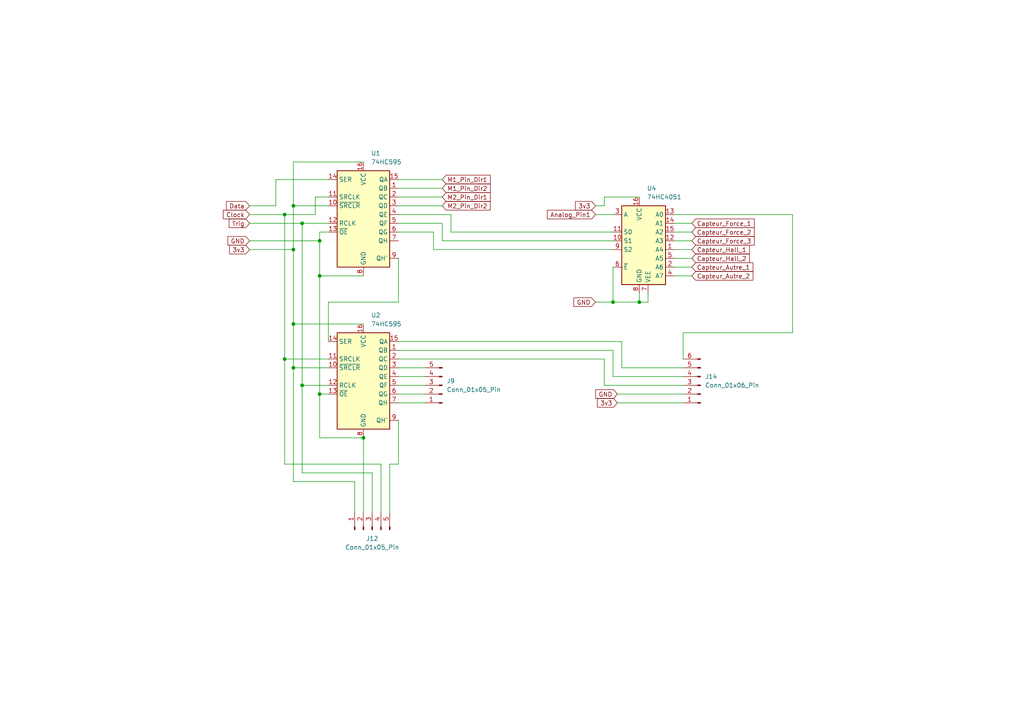
<source format=kicad_sch>
(kicad_sch (version 20231120) (generator "eeschema") (generator_version "8.0")
  (paper "A4")
  (title_block (title "Carte electronique Exodus") (date "2024-12-03") (company "Fablab"))
  (lib_symbols
    (symbol "74xx:74HC4051"
      (property "Reference" "U" (at -5.08 11.43 0))
      (property "Value" "74HC4051" (at -7.62 -13.97 0))
      (symbol "74HC4051_0_1"
        (rectangle (start -5.08 10.16) (end 7.62 -12.7) (stroke (width 0.254)) (fill (type background)))
      )
      (symbol "74HC4051_1_1"
        (pin passive line (at 10.16 -2.54 180) (length 2.54) (name "A4") (number "1"))
        (pin input line (at -7.62 0 0) (length 2.54) (name "S1") (number "10"))
        (pin input line (at -7.62 2.54 0) (length 2.54) (name "S0") (number "11"))
        (pin passive line (at 10.16 0 180) (length 2.54) (name "A3") (number "12"))
        (pin passive line (at 10.16 7.62 180) (length 2.54) (name "A0") (number "13"))
        (pin passive line (at 10.16 5.08 180) (length 2.54) (name "A1") (number "14"))
        (pin passive line (at 10.16 2.54 180) (length 2.54) (name "A2") (number "15"))
        (pin power_in line (at 0 12.7 270) (length 2.54) (name "VCC") (number "16"))
        (pin passive line (at 10.16 -7.62 180) (length 2.54) (name "A6") (number "2"))
        (pin passive line (at -7.62 7.62 0) (length 2.54) (name "A") (number "3"))
        (pin passive line (at 10.16 -10.16 180) (length 2.54) (name "A7") (number "4"))
        (pin passive line (at 10.16 -5.08 180) (length 2.54) (name "A5") (number "5"))
        (pin input line (at -7.62 -7.62 0) (length 2.54) (name "~{E}") (number "6"))
        (pin power_in line (at 2.54 -15.24 90) (length 2.54) (name "VEE") (number "7"))
        (pin power_in line (at 0 -15.24 90) (length 2.54) (name "GND") (number "8"))
        (pin input line (at -7.62 -2.54 0) (length 2.54) (name "S2") (number "9"))
      )
    )
    (symbol "74xx:74HC595"
      (property "Reference" "U" (at -7.62 13.97 0))
      (property "Value" "74HC595" (at -7.62 -16.51 0))
      (symbol "74HC595_1_0"
        (pin tri_state line (at 10.16 7.62 180) (length 2.54) (name "QB") (number "1"))
        (pin input line (at -10.16 2.54 0) (length 2.54) (name "~{SRCLR}") (number "10"))
        (pin input line (at -10.16 5.08 0) (length 2.54) (name "SRCLK") (number "11"))
        (pin input line (at -10.16 -2.54 0) (length 2.54) (name "RCLK") (number "12"))
        (pin input line (at -10.16 -5.08 0) (length 2.54) (name "~{OE}") (number "13"))
        (pin input line (at -10.16 10.16 0) (length 2.54) (name "SER") (number "14"))
        (pin tri_state line (at 10.16 10.16 180) (length 2.54) (name "QA") (number "15"))
        (pin power_in line (at 0 15.24 270) (length 2.54) (name "VCC") (number "16"))
        (pin tri_state line (at 10.16 5.08 180) (length 2.54) (name "QC") (number "2"))
        (pin tri_state line (at 10.16 2.54 180) (length 2.54) (name "QD") (number "3"))
        (pin tri_state line (at 10.16 0 180) (length 2.54) (name "QE") (number "4"))
        (pin tri_state line (at 10.16 -2.54 180) (length 2.54) (name "QF") (number "5"))
        (pin tri_state line (at 10.16 -5.08 180) (length 2.54) (name "QG") (number "6"))
        (pin tri_state line (at 10.16 -7.62 180) (length 2.54) (name "QH") (number "7"))
        (pin power_in line (at 0 -17.78 90) (length 2.54) (name "GND") (number "8"))
        (pin output line (at 10.16 -12.7 180) (length 2.54) (name "QH'") (number "9"))
      )
      (symbol "74HC595_1_1"
        (rectangle (start -7.62 12.7) (end 7.62 -15.24) (stroke (width 0.254)) (fill (type background)))
      )
    )
    (symbol "Connector:Conn_01x05_Pin" (pin_names (offset 1.016) hide)
      (property "Reference" "J" (at 0 7.62 0))
      (property "Value" "Conn_01x05_Pin" (at 0 -7.62 0))
      (symbol "Conn_01x05_Pin_1_1"
        (polyline (pts (xy 1.27 -5.08) (xy 0.8636 -5.08)) (stroke (width 0.1524)))
        (polyline (pts (xy 1.27 -2.54) (xy 0.8636 -2.54)) (stroke (width 0.1524)))
        (polyline (pts (xy 1.27 0) (xy 0.8636 0)) (stroke (width 0.1524)))
        (polyline (pts (xy 1.27 2.54) (xy 0.8636 2.54)) (stroke (width 0.1524)))
        (polyline (pts (xy 1.27 5.08) (xy 0.8636 5.08)) (stroke (width 0.1524)))
        (rectangle (start 0.8636 -4.953) (end 0 -5.207) (stroke (width 0.1524)) (fill (type outline)))
        (rectangle (start 0.8636 -2.413) (end 0 -2.667) (stroke (width 0.1524)) (fill (type outline)))
        (rectangle (start 0.8636 0.127) (end 0 -0.127) (stroke (width 0.1524)) (fill (type outline)))
        (rectangle (start 0.8636 2.667) (end 0 2.413) (stroke (width 0.1524)) (fill (type outline)))
        (rectangle (start 0.8636 5.207) (end 0 4.953) (stroke (width 0.1524)) (fill (type outline)))
        (pin passive line (at 5.08 5.08 180) (length 3.81) (name "Pin_1") (number "1"))
        (pin passive line (at 5.08 2.54 180) (length 3.81) (name "Pin_2") (number "2"))
        (pin passive line (at 5.08 0 180) (length 3.81) (name "Pin_3") (number "3"))
        (pin passive line (at 5.08 -2.54 180) (length 3.81) (name "Pin_4") (number "4"))
        (pin passive line (at 5.08 -5.08 180) (length 3.81) (name "Pin_5") (number "5"))
      )
    )
    (symbol "Connector:Conn_01x06_Pin" (pin_names (offset 1.016) hide)
      (property "Reference" "J" (at 0 7.62 0))
      (property "Value" "Conn_01x06_Pin" (at 0 -10.16 0))
      (symbol "Conn_01x06_Pin_1_1"
        (polyline (pts (xy 1.27 -7.62) (xy 0.8636 -7.62)) (stroke (width 0.1524)))
        (polyline (pts (xy 1.27 -5.08) (xy 0.8636 -5.08)) (stroke (width 0.1524)))
        (polyline (pts (xy 1.27 -2.54) (xy 0.8636 -2.54)) (stroke (width 0.1524)))
        (polyline (pts (xy 1.27 0) (xy 0.8636 0)) (stroke (width 0.1524)))
        (polyline (pts (xy 1.27 2.54) (xy 0.8636 2.54)) (stroke (width 0.1524)))
        (polyline (pts (xy 1.27 5.08) (xy 0.8636 5.08)) (stroke (width 0.1524)))
        (rectangle (start 0.8636 -7.493) (end 0 -7.747) (stroke (width 0.1524)) (fill (type outline)))
        (rectangle (start 0.8636 -4.953) (end 0 -5.207) (stroke (width 0.1524)) (fill (type outline)))
        (rectangle (start 0.8636 -2.413) (end 0 -2.667) (stroke (width 0.1524)) (fill (type outline)))
        (rectangle (start 0.8636 0.127) (end 0 -0.127) (stroke (width 0.1524)) (fill (type outline)))
        (rectangle (start 0.8636 2.667) (end 0 2.413) (stroke (width 0.1524)) (fill (type outline)))
        (rectangle (start 0.8636 5.207) (end 0 4.953) (stroke (width 0.1524)) (fill (type outline)))
        (pin passive line (at 5.08 5.08 180) (length 3.81) (name "Pin_1") (number "1"))
        (pin passive line (at 5.08 2.54 180) (length 3.81) (name "Pin_2") (number "2"))
        (pin passive line (at 5.08 0 180) (length 3.81) (name "Pin_3") (number "3"))
        (pin passive line (at 5.08 -2.54 180) (length 3.81) (name "Pin_4") (number "4"))
        (pin passive line (at 5.08 -5.08 180) (length 3.81) (name "Pin_5") (number "5"))
        (pin passive line (at 5.08 -7.62 180) (length 3.81) (name "Pin_6") (number "6"))
      )
    )
  )
  (junction (at 82.55 104.14))
  (junction (at 87.63 64.77))
  (junction (at 185.42 87.63))
  (junction (at 82.55 62.23))
  (junction (at 85.09 59.69))
  (junction (at 92.71 80.01))
  (junction (at 105.41 127))
  (junction (at 85.09 106.68))
  (junction (at 177.8 87.63))
  (junction (at 87.63 111.76))
  (junction (at 85.09 72.39))
  (junction (at 85.09 93.98))
  (junction (at 92.71 114.3))
  (junction (at 92.71 69.85))
  (wire (pts (xy 72.39 62.23) (xy 82.55 62.23)))
  (wire (pts (xy 115.57 134.62) (xy 113.03 134.62)))
  (wire (pts (xy 91.44 62.23) (xy 91.44 57.15)))
  (wire (pts (xy 72.39 72.39) (xy 85.09 72.39)))
  (wire (pts (xy 115.57 57.15) (xy 128.27 57.15)))
  (wire (pts (xy 95.25 111.76) (xy 87.63 111.76)))
  (wire (pts (xy 195.58 72.39) (xy 200.66 72.39)))
  (wire (pts (xy 180.34 99.06) (xy 180.34 106.68)))
  (wire (pts (xy 229.87 96.52) (xy 198.12 96.52)))
  (wire (pts (xy 115.57 87.63) (xy 95.25 87.63)))
  (wire (pts (xy 115.57 54.61) (xy 128.27 54.61)))
  (wire (pts (xy 172.72 87.63) (xy 177.8 87.63)))
  (wire (pts (xy 130.81 67.31) (xy 130.81 62.23)))
  (wire (pts (xy 125.73 67.31) (xy 115.57 67.31)))
  (wire (pts (xy 91.44 57.15) (xy 95.25 57.15)))
  (wire (pts (xy 195.58 64.77) (xy 200.66 64.77)))
  (wire (pts (xy 87.63 137.16) (xy 107.95 137.16)))
  (wire (pts (xy 175.26 57.15) (xy 185.42 57.15)))
  (wire (pts (xy 102.87 139.7) (xy 102.87 148.59)))
  (wire (pts (xy 85.09 46.99) (xy 105.41 46.99)))
  (wire (pts (xy 195.58 67.31) (xy 200.66 67.31)))
  (wire (pts (xy 130.81 62.23) (xy 115.57 62.23)))
  (wire (pts (xy 92.71 114.3) (xy 95.25 114.3)))
  (wire (pts (xy 85.09 139.7) (xy 102.87 139.7)))
  (wire (pts (xy 195.58 77.47) (xy 200.66 77.47)))
  (wire (pts (xy 179.07 114.3) (xy 198.12 114.3)))
  (wire (pts (xy 82.55 62.23) (xy 91.44 62.23)))
  (wire (pts (xy 105.41 127) (xy 105.41 148.59)))
  (wire (pts (xy 113.03 134.62) (xy 113.03 148.59)))
  (wire (pts (xy 115.57 121.92) (xy 115.57 134.62)))
  (wire (pts (xy 177.8 101.6) (xy 177.8 109.22)))
  (wire (pts (xy 92.71 127) (xy 105.41 127)))
  (wire (pts (xy 175.26 104.14) (xy 175.26 111.76)))
  (wire (pts (xy 80.01 52.07) (xy 95.25 52.07)))
  (wire (pts (xy 95.25 106.68) (xy 85.09 106.68)))
  (wire (pts (xy 85.09 59.69) (xy 85.09 46.99)))
  (wire (pts (xy 92.71 80.01) (xy 105.41 80.01)))
  (wire (pts (xy 115.57 74.93) (xy 115.57 87.63)))
  (wire (pts (xy 115.57 109.22) (xy 123.19 109.22)))
  (wire (pts (xy 195.58 69.85) (xy 200.66 69.85)))
  (wire (pts (xy 125.73 72.39) (xy 125.73 67.31)))
  (wire (pts (xy 198.12 96.52) (xy 198.12 104.14)))
  (wire (pts (xy 92.71 114.3) (xy 92.71 127)))
  (wire (pts (xy 177.8 87.63) (xy 185.42 87.63)))
  (wire (pts (xy 115.57 116.84) (xy 123.19 116.84)))
  (wire (pts (xy 175.26 59.69) (xy 175.26 57.15)))
  (wire (pts (xy 115.57 99.06) (xy 180.34 99.06)))
  (wire (pts (xy 177.8 72.39) (xy 125.73 72.39)))
  (wire (pts (xy 115.57 111.76) (xy 123.19 111.76)))
  (wire (pts (xy 82.55 104.14) (xy 82.55 134.62)))
  (wire (pts (xy 229.87 62.23) (xy 229.87 96.52)))
  (wire (pts (xy 195.58 80.01) (xy 200.66 80.01)))
  (wire (pts (xy 172.72 62.23) (xy 177.8 62.23)))
  (wire (pts (xy 82.55 62.23) (xy 82.55 104.14)))
  (wire (pts (xy 80.01 59.69) (xy 80.01 52.07)))
  (wire (pts (xy 82.55 134.62) (xy 110.49 134.62)))
  (wire (pts (xy 105.41 93.98) (xy 85.09 93.98)))
  (wire (pts (xy 179.07 116.84) (xy 198.12 116.84)))
  (wire (pts (xy 72.39 69.85) (xy 92.71 69.85)))
  (wire (pts (xy 185.42 87.63) (xy 185.42 85.09)))
  (wire (pts (xy 95.25 104.14) (xy 82.55 104.14)))
  (wire (pts (xy 195.58 62.23) (xy 229.87 62.23)))
  (wire (pts (xy 115.57 104.14) (xy 175.26 104.14)))
  (wire (pts (xy 115.57 52.07) (xy 128.27 52.07)))
  (wire (pts (xy 128.27 64.77) (xy 115.57 64.77)))
  (wire (pts (xy 92.71 67.31) (xy 95.25 67.31)))
  (wire (pts (xy 177.8 67.31) (xy 130.81 67.31)))
  (wire (pts (xy 107.95 137.16) (xy 107.95 148.59)))
  (wire (pts (xy 85.09 72.39) (xy 85.09 93.98)))
  (wire (pts (xy 110.49 134.62) (xy 110.49 148.59)))
  (wire (pts (xy 85.09 93.98) (xy 85.09 106.68)))
  (wire (pts (xy 187.96 85.09) (xy 187.96 87.63)))
  (wire (pts (xy 92.71 69.85) (xy 92.71 80.01)))
  (wire (pts (xy 175.26 111.76) (xy 198.12 111.76)))
  (wire (pts (xy 72.39 59.69) (xy 80.01 59.69)))
  (wire (pts (xy 85.09 72.39) (xy 85.09 59.69)))
  (wire (pts (xy 115.57 59.69) (xy 128.27 59.69)))
  (wire (pts (xy 177.8 69.85) (xy 128.27 69.85)))
  (wire (pts (xy 92.71 69.85) (xy 92.71 67.31)))
  (wire (pts (xy 85.09 59.69) (xy 95.25 59.69)))
  (wire (pts (xy 177.8 109.22) (xy 198.12 109.22)))
  (wire (pts (xy 87.63 64.77) (xy 95.25 64.77)))
  (wire (pts (xy 180.34 106.68) (xy 198.12 106.68)))
  (wire (pts (xy 115.57 101.6) (xy 177.8 101.6)))
  (wire (pts (xy 115.57 106.68) (xy 123.19 106.68)))
  (wire (pts (xy 115.57 114.3) (xy 123.19 114.3)))
  (wire (pts (xy 177.8 77.47) (xy 177.8 87.63)))
  (wire (pts (xy 95.25 87.63) (xy 95.25 99.06)))
  (wire (pts (xy 187.96 87.63) (xy 185.42 87.63)))
  (wire (pts (xy 92.71 80.01) (xy 92.71 114.3)))
  (wire (pts (xy 128.27 69.85) (xy 128.27 64.77)))
  (wire (pts (xy 87.63 64.77) (xy 87.63 111.76)))
  (wire (pts (xy 72.39 64.77) (xy 87.63 64.77)))
  (wire (pts (xy 195.58 74.93) (xy 200.66 74.93)))
  (wire (pts (xy 87.63 111.76) (xy 87.63 137.16)))
  (wire (pts (xy 172.72 59.69) (xy 175.26 59.69)))
  (wire (pts (xy 85.09 106.68) (xy 85.09 139.7)))
  (global_label "Capteur_Force_3" (shape input) (at 200.66 69.85 0) (property "Intersheetrefs" "${INTERSHEET_REFS}" (effects (hide yes))))
  (global_label "Trig" (shape input) (at 72.39 64.77 180) (property "Intersheetrefs" "${INTERSHEET_REFS}" (effects (hide yes))))
  (global_label "Analog_Pin1" (shape input) (at 172.72 62.23 180) (property "Intersheetrefs" "${INTERSHEET_REFS}" (effects (hide yes))))
  (global_label "Capteur_Autre_2" (shape input) (at 200.66 80.01 0) (property "Intersheetrefs" "${INTERSHEET_REFS}" (effects (hide yes))))
  (global_label "GND" (shape input) (at 179.07 114.3 180) (property "Intersheetrefs" "${INTERSHEET_REFS}" (effects (hide yes))))
  (global_label "M2_Pin_Dir1" (shape input) (at 128.27 57.15 0) (property "Intersheetrefs" "${INTERSHEET_REFS}" (effects (hide yes))))
  (global_label "M2_Pin_Dir2" (shape input) (at 128.27 59.69 0) (property "Intersheetrefs" "${INTERSHEET_REFS}" (effects (hide yes))))
  (global_label "Data" (shape input) (at 72.39 59.69 180) (property "Intersheetrefs" "${INTERSHEET_REFS}" (effects (hide yes))))
  (global_label "Capteur_Hall_2" (shape input) (at 200.66 74.93 0) (property "Intersheetrefs" "${INTERSHEET_REFS}" (effects (hide yes))))
  (global_label "3v3" (shape input) (at 172.72 59.69 180) (property "Intersheetrefs" "${INTERSHEET_REFS}" (effects (hide yes))))
  (global_label "Clock" (shape input) (at 72.39 62.23 180) (property "Intersheetrefs" "${INTERSHEET_REFS}" (effects (hide yes))))
  (global_label "Capteur_Autre_1" (shape input) (at 200.66 77.47 0) (property "Intersheetrefs" "${INTERSHEET_REFS}" (effects (hide yes))))
  (global_label "M1_Pin_Dir1" (shape input) (at 128.27 52.07 0) (property "Intersheetrefs" "${INTERSHEET_REFS}" (effects (hide yes))))
  (global_label "3v3" (shape input) (at 179.07 116.84 180) (property "Intersheetrefs" "${INTERSHEET_REFS}" (effects (hide yes))))
  (global_label "GND" (shape input) (at 72.39 69.85 180) (property "Intersheetrefs" "${INTERSHEET_REFS}" (effects (hide yes))))
  (global_label "3v3" (shape input) (at 72.39 72.39 180) (property "Intersheetrefs" "${INTERSHEET_REFS}" (effects (hide yes))))
  (global_label "GND" (shape input) (at 172.72 87.63 180) (property "Intersheetrefs" "${INTERSHEET_REFS}" (effects (hide yes))))
  (global_label "Capteur_Force_1" (shape input) (at 200.66 64.77 0) (property "Intersheetrefs" "${INTERSHEET_REFS}" (effects (hide yes))))
  (global_label "Capteur_Force_2" (shape input) (at 200.66 67.31 0) (property "Intersheetrefs" "${INTERSHEET_REFS}" (effects (hide yes))))
  (global_label "Capteur_Hall_1" (shape input) (at 200.66 72.39 0) (property "Intersheetrefs" "${INTERSHEET_REFS}" (effects (hide yes))))
  (global_label "M1_Pin_Dir2" (shape input) (at 128.27 54.61 0) (property "Intersheetrefs" "${INTERSHEET_REFS}" (effects (hide yes))))
  (symbol (lib_id "Connector:Conn_01x06_Pin") (at 203.2 111.76 180) (unit 1)
    (property "Reference" "J14" (at 204.47 109.2199 0) (effects (justify right)))
    (property "Value" "Conn_01x06_Pin" (at 204.47 111.7599 0) (effects (justify right)))
    (property "Footprint" "Connector_PinHeader_2.54mm:PinHeader_1x06_P2.54mm_Horizontal" (effects (hide yes)))
    (property "Description" "Generic connector, single row, 01x06, script generated" (effects (hide yes)))
  )
  (symbol (lib_id "74xx:74HC595") (at 105.41 109.22 0) (unit 1)
    (property "Reference" "U2" (at 107.6041 91.44 0) (effects (justify left)))
    (property "Value" "74HC595" (at 107.6041 93.98 0) (effects (justify left)))
    (property "Footprint" "Package_DIP:DIP-16_W7.62mm" (effects (hide yes)))
    (property "Datasheet" "http://www.ti.com/lit/ds/symlink/sn74hc595.pdf" (effects (hide yes)))
    (property "Description" "8-bit serial in/out Shift Register 3-State Outputs" (effects (hide yes)))
  )
  (symbol (lib_id "74xx:74HC4051") (at 185.42 69.85 0) (unit 1)
    (property "Reference" "U4" (at 187.6141 54.61 0) (effects (justify left)))
    (property "Value" "74HC4051" (at 187.6141 57.15 0) (effects (justify left)))
    (property "Footprint" "Package_DIP:DIP-16_W7.62mm" (effects (hide yes)))
    (property "Datasheet" "http://www.ti.com/lit/ds/symlink/cd74hc4051.pdf" (effects (hide yes)))
    (property "Description" "8-channel analog multiplexer/demultiplexer, DIP-16/SOIC-16/TSSOP-16" (effects (hide yes)))
  )
  (symbol (lib_id "Connector:Conn_01x05_Pin") (at 128.27 111.76 180) (unit 1)
    (property "Reference" "J9" (at 129.54 110.4899 0) (effects (justify right)))
    (property "Value" "Conn_01x05_Pin" (at 129.54 113.0299 0) (effects (justify right)))
    (property "Footprint" "Connector_PinHeader_2.54mm:PinHeader_1x05_P2.54mm_Vertical" (effects (hide yes)))
    (property "Description" "Generic connector, single row, 01x05, script generated" (effects (hide yes)))
  )
  (symbol (lib_id "Connector:Conn_01x05_Pin") (at 107.95 153.67 90) (unit 1)
    (property "Reference" "J12" (at 107.95 156.21 90))
    (property "Value" "Conn_01x05_Pin" (at 107.95 158.75 90))
    (property "Footprint" "Connector_PinHeader_2.54mm:PinHeader_1x05_P2.54mm_Vertical" (effects (hide yes)))
    (property "Description" "Generic connector, single row, 01x05, script generated" (effects (hide yes)))
  )
  (symbol (lib_id "74xx:74HC595") (at 105.41 62.23 0) (unit 1)
    (property "Reference" "U1" (at 107.6041 44.45 0) (effects (justify left)))
    (property "Value" "74HC595" (at 107.6041 46.99 0) (effects (justify left)))
    (property "Footprint" "Package_DIP:DIP-16_W7.62mm" (effects (hide yes)))
    (property "Datasheet" "http://www.ti.com/lit/ds/symlink/sn74hc595.pdf" (effects (hide yes)))
    (property "Description" "8-bit serial in/out Shift Register 3-State Outputs" (effects (hide yes)))
  )
)
</source>
